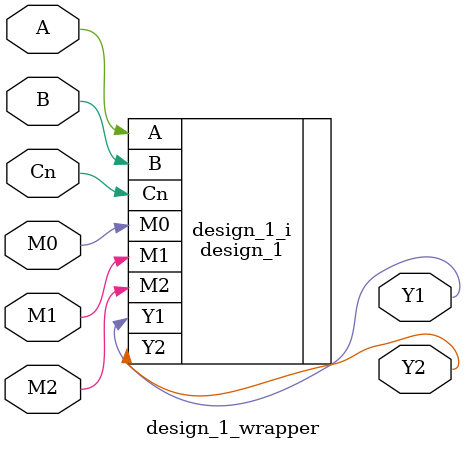
<source format=v>
`timescale 1 ps / 1 ps

module design_1_wrapper
   (A,
    B,
    Cn,
    M0,
    M1,
    M2,
    Y1,
    Y2);
  input A;
  input B;
  input Cn;
  input M0;
  input M1;
  input M2;
  output Y1;
  output Y2;

  wire A;
  wire B;
  wire Cn;
  wire M0;
  wire M1;
  wire M2;
  wire Y1;
  wire Y2;

  design_1 design_1_i
       (.A(A),
        .B(B),
        .Cn(Cn),
        .M0(M0),
        .M1(M1),
        .M2(M2),
        .Y1(Y1),
        .Y2(Y2));
endmodule

</source>
